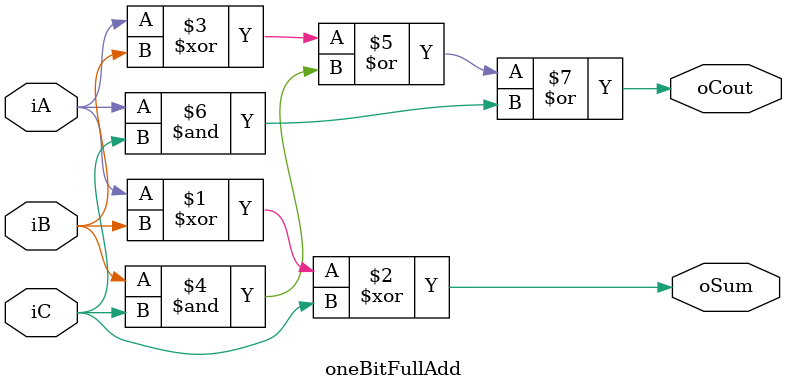
<source format=v>
/******************
	FileName	:	oneBitFullAdd.v
	Author		:	daniel
	Description	:	Example of a one-bit full add
	Revision	:	2017/12/20
	Company		:	***********
************************/
module oneBitFullAdd(
input	iA,iB,iC,
output	oSum,oCout
	);
wire 	oSum;
wire	oCout;
assign	oSum = iA ^ iB ^ iC;
assign	oCout = (iA ^ iB) | (iB & iC) | (iA & iC);
endmodule

	
</source>
